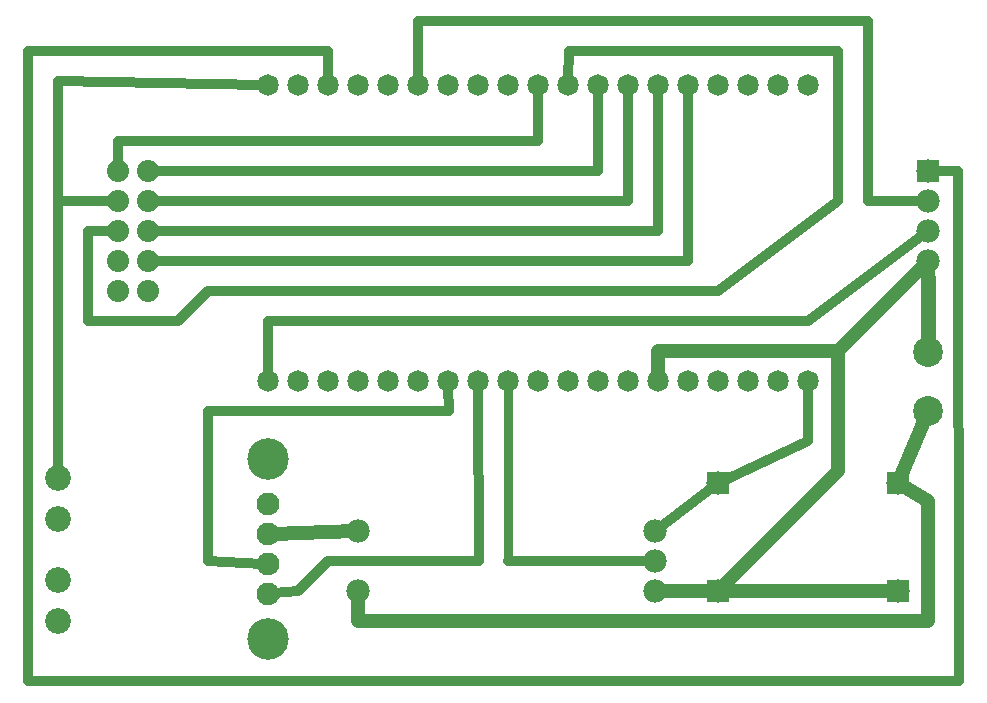
<source format=gbl>
G04 MADE WITH FRITZING*
G04 WWW.FRITZING.ORG*
G04 DOUBLE SIDED*
G04 HOLES PLATED*
G04 CONTOUR ON CENTER OF CONTOUR VECTOR*
%ASAXBY*%
%FSLAX23Y23*%
%MOIN*%
%OFA0B0*%
%SFA1.0B1.0*%
%ADD10C,0.078000*%
%ADD11C,0.078125*%
%ADD12C,0.071828*%
%ADD13C,0.086000*%
%ADD14C,0.076000*%
%ADD15C,0.138425*%
%ADD16C,0.073667*%
%ADD17C,0.099583*%
%ADD18R,0.078000X0.078000*%
%ADD19R,0.077630X0.077806*%
%ADD20C,0.032000*%
%ADD21C,0.048000*%
%ADD22R,0.001000X0.001000*%
%LNCOPPER0*%
G90*
G70*
G54D10*
X3099Y1779D03*
X3099Y1679D03*
X3099Y1579D03*
X3099Y1479D03*
G54D11*
X1199Y579D03*
X1199Y379D03*
X2189Y580D03*
X2189Y480D03*
X2189Y380D03*
G54D12*
X899Y1079D03*
X999Y1079D03*
X1099Y1079D03*
X1199Y1079D03*
X1298Y1079D03*
X1399Y1079D03*
X1499Y1079D03*
X1598Y1079D03*
X1699Y1079D03*
X1798Y1079D03*
X1899Y1079D03*
X1999Y1079D03*
X2098Y1079D03*
X2199Y1079D03*
X2298Y1079D03*
X2398Y1079D03*
X2498Y1079D03*
X2598Y1079D03*
X2698Y1079D03*
X2698Y2065D03*
X2598Y2065D03*
X2498Y2065D03*
X2398Y2065D03*
X2298Y2065D03*
X2199Y2065D03*
X2098Y2065D03*
X1999Y2065D03*
X1899Y2065D03*
X1798Y2065D03*
X1699Y2065D03*
X1598Y2065D03*
X1499Y2065D03*
X1399Y2065D03*
X1298Y2065D03*
X1199Y2065D03*
X1099Y2065D03*
X999Y2065D03*
X899Y2065D03*
G54D13*
X199Y619D03*
G54D14*
X899Y670D03*
G54D13*
X199Y279D03*
G54D14*
X899Y570D03*
X899Y470D03*
X899Y370D03*
G54D15*
X899Y220D03*
X899Y820D03*
G54D13*
X199Y417D03*
X199Y757D03*
G54D10*
X2999Y379D03*
X2999Y739D03*
X2399Y739D03*
X2399Y379D03*
G54D16*
X499Y1379D03*
X399Y1379D03*
X499Y1479D03*
X399Y1479D03*
X499Y1579D03*
X399Y1579D03*
X499Y1679D03*
X399Y1679D03*
X499Y1779D03*
X399Y1779D03*
G54D17*
X3099Y979D03*
X3099Y1175D03*
G54D18*
X3099Y1779D03*
G54D19*
X2399Y739D03*
X2399Y380D03*
X2999Y379D03*
X2999Y739D03*
G54D20*
X598Y1279D02*
X699Y1378D01*
D02*
X699Y1378D02*
X2398Y1378D01*
D02*
X297Y1279D02*
X598Y1279D01*
D02*
X2398Y1378D02*
X2798Y1678D01*
D02*
X298Y1580D02*
X297Y1279D01*
D02*
X2798Y1678D02*
X2798Y2179D01*
D02*
X378Y1579D02*
X298Y1580D01*
D02*
X2798Y2179D02*
X1900Y2179D01*
D02*
X1900Y2179D02*
X1899Y2084D01*
D02*
X1999Y2045D02*
X1999Y1780D01*
D02*
X1999Y1780D02*
X519Y1779D01*
D02*
X519Y1579D02*
X2197Y1579D01*
D02*
X2197Y1579D02*
X2199Y2045D01*
D02*
X2698Y880D02*
X2416Y747D01*
D02*
X2698Y1060D02*
X2698Y880D01*
D02*
X199Y777D02*
X198Y1678D01*
D02*
X198Y1678D02*
X378Y1679D01*
D02*
X2299Y1480D02*
X2298Y2045D01*
D02*
X519Y1479D02*
X2299Y1480D01*
D02*
X2098Y1678D02*
X1798Y1678D01*
D02*
X1798Y1678D02*
X519Y1679D01*
D02*
X2098Y2045D02*
X2098Y1678D01*
D02*
X1798Y1879D02*
X399Y1879D01*
D02*
X399Y1879D02*
X399Y1799D01*
D02*
X1798Y2045D02*
X1798Y1879D01*
D02*
X198Y2080D02*
X880Y2065D01*
D02*
X198Y1678D02*
X198Y2080D01*
D02*
X378Y1679D02*
X198Y1678D01*
D02*
X1600Y478D02*
X1099Y479D01*
D02*
X1598Y1060D02*
X1600Y478D01*
D02*
X1099Y479D02*
X998Y379D01*
D02*
X998Y379D02*
X918Y372D01*
D02*
X1500Y979D02*
X1499Y1060D01*
D02*
X697Y979D02*
X1500Y979D01*
D02*
X697Y478D02*
X697Y979D01*
D02*
X879Y471D02*
X697Y478D01*
D02*
X3080Y1679D02*
X2899Y1678D01*
D02*
X1399Y2279D02*
X1399Y2084D01*
D02*
X2899Y2279D02*
X1399Y2279D01*
D02*
X2899Y1678D02*
X2899Y2279D01*
D02*
X2176Y479D02*
X1699Y478D01*
G54D21*
D02*
X1198Y280D02*
X1198Y366D01*
D02*
X3098Y280D02*
X1198Y280D01*
D02*
X3099Y679D02*
X3098Y280D01*
D02*
X3015Y729D02*
X3099Y679D01*
G54D20*
D02*
X2383Y728D02*
X2199Y587D01*
G54D21*
D02*
X918Y571D02*
X1186Y579D01*
D02*
X2798Y778D02*
X2412Y393D01*
D02*
X2798Y1180D02*
X2798Y778D01*
D02*
X2197Y1180D02*
X2798Y1180D01*
D02*
X2198Y1099D02*
X2197Y1180D01*
D02*
X2198Y1099D02*
X2197Y1180D01*
D02*
X2798Y1180D02*
X3085Y1466D01*
D02*
X2197Y1180D02*
X2798Y1180D01*
G54D20*
D02*
X2698Y1279D02*
X3083Y1568D01*
D02*
X898Y1279D02*
X2698Y1279D01*
D02*
X899Y1099D02*
X898Y1279D01*
D02*
X99Y2179D02*
X99Y78D01*
D02*
X99Y78D02*
X3200Y78D01*
D02*
X3200Y78D02*
X3199Y1780D01*
D02*
X3199Y1780D02*
X3118Y1779D01*
D02*
X1099Y2179D02*
X99Y2179D01*
D02*
X1099Y2084D02*
X1099Y2179D01*
G54D21*
D02*
X3087Y952D02*
X3006Y757D01*
G54D22*
X3094Y1503D02*
X3103Y1503D01*
X3091Y1502D02*
X3106Y1502D01*
X3089Y1501D02*
X3109Y1501D01*
X3087Y1500D02*
X3110Y1500D01*
X3085Y1499D02*
X3112Y1499D01*
X3084Y1498D02*
X3113Y1498D01*
X3083Y1497D02*
X3114Y1497D01*
X3082Y1496D02*
X3115Y1496D01*
X3081Y1495D02*
X3116Y1495D01*
X3080Y1494D02*
X3117Y1494D01*
X3079Y1493D02*
X3118Y1493D01*
X3079Y1492D02*
X3118Y1492D01*
X3078Y1491D02*
X3119Y1491D01*
X3078Y1490D02*
X3120Y1490D01*
X3077Y1489D02*
X3120Y1489D01*
X3077Y1488D02*
X3120Y1488D01*
X3076Y1487D02*
X3121Y1487D01*
X3076Y1486D02*
X3121Y1486D01*
X3076Y1485D02*
X3121Y1485D01*
X3075Y1484D02*
X3122Y1484D01*
X3075Y1483D02*
X3122Y1483D01*
X3075Y1482D02*
X3122Y1482D01*
X3075Y1481D02*
X3122Y1481D01*
X3075Y1480D02*
X3122Y1480D01*
X3075Y1479D02*
X3122Y1479D01*
X3075Y1478D02*
X3122Y1478D01*
X3075Y1477D02*
X3122Y1477D01*
X3075Y1476D02*
X3122Y1476D01*
X3075Y1475D02*
X3122Y1475D01*
X3075Y1474D02*
X3122Y1474D01*
X3075Y1473D02*
X3122Y1473D01*
X3075Y1472D02*
X3122Y1472D01*
X3075Y1471D02*
X3122Y1471D01*
X3075Y1470D02*
X3122Y1470D01*
X3075Y1469D02*
X3122Y1469D01*
X3075Y1468D02*
X3122Y1468D01*
X3075Y1467D02*
X3122Y1467D01*
X3075Y1466D02*
X3122Y1466D01*
X3075Y1465D02*
X3122Y1465D01*
X3075Y1464D02*
X3122Y1464D01*
X3075Y1463D02*
X3122Y1463D01*
X3075Y1462D02*
X3122Y1462D01*
X3075Y1461D02*
X3122Y1461D01*
X3075Y1460D02*
X3122Y1460D01*
X3075Y1459D02*
X3122Y1459D01*
X3075Y1458D02*
X3122Y1458D01*
X3075Y1457D02*
X3122Y1457D01*
X3075Y1456D02*
X3122Y1456D01*
X3075Y1455D02*
X3122Y1455D01*
X3075Y1454D02*
X3122Y1454D01*
X3075Y1453D02*
X3122Y1453D01*
X3075Y1452D02*
X3122Y1452D01*
X3075Y1451D02*
X3122Y1451D01*
X3075Y1450D02*
X3122Y1450D01*
X3075Y1449D02*
X3122Y1449D01*
X3075Y1448D02*
X3122Y1448D01*
X3075Y1447D02*
X3122Y1447D01*
X3075Y1446D02*
X3122Y1446D01*
X3075Y1445D02*
X3122Y1445D01*
X3075Y1444D02*
X3122Y1444D01*
X3075Y1443D02*
X3122Y1443D01*
X3075Y1442D02*
X3122Y1442D01*
X3075Y1441D02*
X3122Y1441D01*
X3075Y1440D02*
X3122Y1440D01*
X3075Y1439D02*
X3122Y1439D01*
X3075Y1438D02*
X3122Y1438D01*
X3075Y1437D02*
X3122Y1437D01*
X3075Y1436D02*
X3122Y1436D01*
X3075Y1435D02*
X3122Y1435D01*
X3075Y1434D02*
X3122Y1434D01*
X3075Y1433D02*
X3122Y1433D01*
X3075Y1432D02*
X3122Y1432D01*
X3075Y1431D02*
X3122Y1431D01*
X3076Y1430D02*
X3123Y1430D01*
X3076Y1429D02*
X3123Y1429D01*
X3076Y1428D02*
X3123Y1428D01*
X3076Y1427D02*
X3123Y1427D01*
X3076Y1426D02*
X3123Y1426D01*
X3076Y1425D02*
X3123Y1425D01*
X3076Y1424D02*
X3123Y1424D01*
X3076Y1423D02*
X3123Y1423D01*
X3076Y1422D02*
X3123Y1422D01*
X3076Y1421D02*
X3123Y1421D01*
X3076Y1420D02*
X3123Y1420D01*
X3076Y1419D02*
X3123Y1419D01*
X3076Y1418D02*
X3123Y1418D01*
X3076Y1417D02*
X3123Y1417D01*
X3076Y1416D02*
X3123Y1416D01*
X3076Y1415D02*
X3123Y1415D01*
X3076Y1414D02*
X3123Y1414D01*
X3076Y1413D02*
X3123Y1413D01*
X3076Y1412D02*
X3123Y1412D01*
X3076Y1411D02*
X3123Y1411D01*
X3076Y1410D02*
X3123Y1410D01*
X3076Y1409D02*
X3123Y1409D01*
X3076Y1408D02*
X3123Y1408D01*
X3076Y1407D02*
X3123Y1407D01*
X3076Y1406D02*
X3123Y1406D01*
X3076Y1405D02*
X3123Y1405D01*
X3076Y1404D02*
X3123Y1404D01*
X3076Y1403D02*
X3123Y1403D01*
X3076Y1402D02*
X3123Y1402D01*
X3076Y1401D02*
X3123Y1401D01*
X3076Y1400D02*
X3123Y1400D01*
X3076Y1399D02*
X3123Y1399D01*
X3076Y1398D02*
X3123Y1398D01*
X3076Y1397D02*
X3123Y1397D01*
X3076Y1396D02*
X3123Y1396D01*
X3076Y1395D02*
X3123Y1395D01*
X3076Y1394D02*
X3123Y1394D01*
X3076Y1393D02*
X3123Y1393D01*
X3076Y1392D02*
X3123Y1392D01*
X3076Y1391D02*
X3123Y1391D01*
X3076Y1390D02*
X3123Y1390D01*
X3076Y1389D02*
X3123Y1389D01*
X3076Y1388D02*
X3123Y1388D01*
X3076Y1387D02*
X3123Y1387D01*
X3076Y1386D02*
X3123Y1386D01*
X3076Y1385D02*
X3123Y1385D01*
X3076Y1384D02*
X3123Y1384D01*
X3076Y1383D02*
X3123Y1383D01*
X3076Y1382D02*
X3123Y1382D01*
X3076Y1381D02*
X3123Y1381D01*
X3076Y1380D02*
X3123Y1380D01*
X3076Y1379D02*
X3123Y1379D01*
X3076Y1378D02*
X3123Y1378D01*
X3076Y1377D02*
X3123Y1377D01*
X3076Y1376D02*
X3123Y1376D01*
X3076Y1375D02*
X3123Y1375D01*
X3076Y1374D02*
X3123Y1374D01*
X3076Y1373D02*
X3123Y1373D01*
X3076Y1372D02*
X3123Y1372D01*
X3076Y1371D02*
X3123Y1371D01*
X3076Y1370D02*
X3123Y1370D01*
X3076Y1369D02*
X3123Y1369D01*
X3076Y1368D02*
X3123Y1368D01*
X3076Y1367D02*
X3123Y1367D01*
X3076Y1366D02*
X3123Y1366D01*
X3076Y1365D02*
X3123Y1365D01*
X3076Y1364D02*
X3123Y1364D01*
X3076Y1363D02*
X3123Y1363D01*
X3076Y1362D02*
X3123Y1362D01*
X3076Y1361D02*
X3123Y1361D01*
X3076Y1360D02*
X3123Y1360D01*
X3076Y1359D02*
X3123Y1359D01*
X3076Y1358D02*
X3123Y1358D01*
X3076Y1357D02*
X3123Y1357D01*
X3076Y1356D02*
X3123Y1356D01*
X3076Y1355D02*
X3123Y1355D01*
X3076Y1354D02*
X3123Y1354D01*
X3076Y1353D02*
X3123Y1353D01*
X3076Y1352D02*
X3123Y1352D01*
X3076Y1351D02*
X3123Y1351D01*
X3076Y1350D02*
X3123Y1350D01*
X3076Y1349D02*
X3123Y1349D01*
X3076Y1348D02*
X3123Y1348D01*
X3076Y1347D02*
X3123Y1347D01*
X3076Y1346D02*
X3123Y1346D01*
X3076Y1345D02*
X3123Y1345D01*
X3076Y1344D02*
X3123Y1344D01*
X3076Y1343D02*
X3123Y1343D01*
X3076Y1342D02*
X3123Y1342D01*
X3076Y1341D02*
X3123Y1341D01*
X3076Y1340D02*
X3123Y1340D01*
X3076Y1339D02*
X3123Y1339D01*
X3076Y1338D02*
X3123Y1338D01*
X3076Y1337D02*
X3123Y1337D01*
X3076Y1336D02*
X3123Y1336D01*
X3076Y1335D02*
X3123Y1335D01*
X3076Y1334D02*
X3123Y1334D01*
X3076Y1333D02*
X3123Y1333D01*
X3076Y1332D02*
X3123Y1332D01*
X3076Y1331D02*
X3123Y1331D01*
X3076Y1330D02*
X3123Y1330D01*
X3076Y1329D02*
X3123Y1329D01*
X3076Y1328D02*
X3123Y1328D01*
X3076Y1327D02*
X3123Y1327D01*
X3076Y1326D02*
X3123Y1326D01*
X3076Y1325D02*
X3123Y1325D01*
X3076Y1324D02*
X3123Y1324D01*
X3076Y1323D02*
X3123Y1323D01*
X3076Y1322D02*
X3123Y1322D01*
X3076Y1321D02*
X3123Y1321D01*
X3076Y1320D02*
X3123Y1320D01*
X3076Y1319D02*
X3123Y1319D01*
X3076Y1318D02*
X3123Y1318D01*
X3076Y1317D02*
X3123Y1317D01*
X3076Y1316D02*
X3123Y1316D01*
X3076Y1315D02*
X3123Y1315D01*
X3076Y1314D02*
X3123Y1314D01*
X3076Y1313D02*
X3123Y1313D01*
X3076Y1312D02*
X3123Y1312D01*
X3076Y1311D02*
X3123Y1311D01*
X3076Y1310D02*
X3123Y1310D01*
X3076Y1309D02*
X3123Y1309D01*
X3076Y1308D02*
X3123Y1308D01*
X3076Y1307D02*
X3123Y1307D01*
X3076Y1306D02*
X3123Y1306D01*
X3076Y1305D02*
X3123Y1305D01*
X3076Y1304D02*
X3123Y1304D01*
X3076Y1303D02*
X3123Y1303D01*
X3076Y1302D02*
X3123Y1302D01*
X3076Y1301D02*
X3123Y1301D01*
X3076Y1300D02*
X3123Y1300D01*
X3076Y1299D02*
X3123Y1299D01*
X3076Y1298D02*
X3123Y1298D01*
X3076Y1297D02*
X3123Y1297D01*
X3076Y1296D02*
X3123Y1296D01*
X3076Y1295D02*
X3123Y1295D01*
X3076Y1294D02*
X3123Y1294D01*
X3076Y1293D02*
X3123Y1293D01*
X3076Y1292D02*
X3123Y1292D01*
X3076Y1291D02*
X3123Y1291D01*
X3076Y1290D02*
X3123Y1290D01*
X3076Y1289D02*
X3123Y1289D01*
X3076Y1288D02*
X3123Y1288D01*
X3076Y1287D02*
X3123Y1287D01*
X3076Y1286D02*
X3123Y1286D01*
X3076Y1285D02*
X3123Y1285D01*
X3076Y1284D02*
X3123Y1284D01*
X3076Y1283D02*
X3123Y1283D01*
X3076Y1282D02*
X3123Y1282D01*
X3076Y1281D02*
X3123Y1281D01*
X3076Y1280D02*
X3123Y1280D01*
X3076Y1279D02*
X3123Y1279D01*
X3076Y1278D02*
X3123Y1278D01*
X3076Y1277D02*
X3123Y1277D01*
X3076Y1276D02*
X3123Y1276D01*
X3076Y1275D02*
X3123Y1275D01*
X3076Y1274D02*
X3123Y1274D01*
X3076Y1273D02*
X3123Y1273D01*
X3076Y1272D02*
X3123Y1272D01*
X3076Y1271D02*
X3123Y1271D01*
X3076Y1270D02*
X3123Y1270D01*
X3076Y1269D02*
X3123Y1269D01*
X3076Y1268D02*
X3123Y1268D01*
X3076Y1267D02*
X3123Y1267D01*
X3076Y1266D02*
X3123Y1266D01*
X3076Y1265D02*
X3123Y1265D01*
X3076Y1264D02*
X3123Y1264D01*
X3076Y1263D02*
X3123Y1263D01*
X3076Y1262D02*
X3123Y1262D01*
X3076Y1261D02*
X3123Y1261D01*
X3076Y1260D02*
X3123Y1260D01*
X3076Y1259D02*
X3123Y1259D01*
X3076Y1258D02*
X3123Y1258D01*
X3076Y1257D02*
X3123Y1257D01*
X3076Y1256D02*
X3123Y1256D01*
X3076Y1255D02*
X3123Y1255D01*
X3076Y1254D02*
X3123Y1254D01*
X3076Y1253D02*
X3123Y1253D01*
X3076Y1252D02*
X3123Y1252D01*
X3076Y1251D02*
X3123Y1251D01*
X3076Y1250D02*
X3123Y1250D01*
X3076Y1249D02*
X3123Y1249D01*
X3076Y1248D02*
X3123Y1248D01*
X3076Y1247D02*
X3123Y1247D01*
X3076Y1246D02*
X3123Y1246D01*
X3076Y1245D02*
X3123Y1245D01*
X3076Y1244D02*
X3123Y1244D01*
X3076Y1243D02*
X3123Y1243D01*
X3076Y1242D02*
X3123Y1242D01*
X3076Y1241D02*
X3123Y1241D01*
X3076Y1240D02*
X3123Y1240D01*
X3076Y1239D02*
X3123Y1239D01*
X3076Y1238D02*
X3123Y1238D01*
X3076Y1237D02*
X3123Y1237D01*
X3076Y1236D02*
X3123Y1236D01*
X3076Y1235D02*
X3123Y1235D01*
X3076Y1234D02*
X3123Y1234D01*
X3076Y1233D02*
X3123Y1233D01*
X3076Y1232D02*
X3123Y1232D01*
X3076Y1231D02*
X3123Y1231D01*
X3076Y1230D02*
X3123Y1230D01*
X3076Y1229D02*
X3123Y1229D01*
X3076Y1228D02*
X3123Y1228D01*
X3076Y1227D02*
X3123Y1227D01*
X3076Y1226D02*
X3123Y1226D01*
X3076Y1225D02*
X3123Y1225D01*
X3076Y1224D02*
X3123Y1224D01*
X3076Y1223D02*
X3123Y1223D01*
X3076Y1222D02*
X3123Y1222D01*
X3076Y1221D02*
X3123Y1221D01*
X3076Y1220D02*
X3123Y1220D01*
X3076Y1219D02*
X3123Y1219D01*
X3076Y1218D02*
X3123Y1218D01*
X3076Y1217D02*
X3123Y1217D01*
X3076Y1216D02*
X3123Y1216D01*
X3076Y1215D02*
X3123Y1215D01*
X3076Y1214D02*
X3123Y1214D01*
X3076Y1213D02*
X3123Y1213D01*
X3076Y1212D02*
X3123Y1212D01*
X3076Y1211D02*
X3123Y1211D01*
X3076Y1210D02*
X3123Y1210D01*
X3076Y1209D02*
X3123Y1209D01*
X3076Y1208D02*
X3123Y1208D01*
X3076Y1207D02*
X3123Y1207D01*
X3076Y1206D02*
X3123Y1206D01*
X3076Y1205D02*
X3123Y1205D01*
X3076Y1204D02*
X3123Y1204D01*
X3076Y1203D02*
X3123Y1203D01*
X3076Y1202D02*
X3123Y1202D01*
X3076Y1201D02*
X3123Y1201D01*
X3076Y1200D02*
X3123Y1200D01*
X3076Y1199D02*
X3123Y1199D01*
X3076Y1198D02*
X3123Y1198D01*
X3076Y1197D02*
X3123Y1197D01*
X3076Y1196D02*
X3123Y1196D01*
X3075Y1195D02*
X3122Y1195D01*
X3075Y1194D02*
X3122Y1194D01*
X3075Y1193D02*
X3122Y1193D01*
X3075Y1192D02*
X3122Y1192D01*
X3075Y1191D02*
X3122Y1191D01*
X3075Y1190D02*
X3122Y1190D01*
X3075Y1189D02*
X3122Y1189D01*
X3075Y1188D02*
X3122Y1188D01*
X3075Y1187D02*
X3122Y1187D01*
X3075Y1186D02*
X3122Y1186D01*
X3075Y1185D02*
X3122Y1185D01*
X3075Y1184D02*
X3122Y1184D01*
X3075Y1183D02*
X3122Y1183D01*
X3075Y1182D02*
X3122Y1182D01*
X3075Y1181D02*
X3122Y1181D01*
X3075Y1180D02*
X3122Y1180D01*
X3075Y1179D02*
X3122Y1179D01*
X3075Y1178D02*
X3122Y1178D01*
X3075Y1177D02*
X3122Y1177D01*
X3075Y1176D02*
X3122Y1176D01*
X3075Y1175D02*
X3122Y1175D01*
X3075Y1174D02*
X3122Y1174D01*
X3075Y1173D02*
X3122Y1173D01*
X3075Y1172D02*
X3122Y1172D01*
X3075Y1171D02*
X3122Y1171D01*
X3076Y1170D02*
X3121Y1170D01*
X3076Y1169D02*
X3121Y1169D01*
X3076Y1168D02*
X3121Y1168D01*
X3077Y1167D02*
X3120Y1167D01*
X3077Y1166D02*
X3120Y1166D01*
X3077Y1165D02*
X3120Y1165D01*
X3078Y1164D02*
X3119Y1164D01*
X3078Y1163D02*
X3119Y1163D01*
X3079Y1162D02*
X3118Y1162D01*
X3080Y1161D02*
X3117Y1161D01*
X3081Y1160D02*
X3116Y1160D01*
X3081Y1159D02*
X3116Y1159D01*
X3083Y1158D02*
X3115Y1158D01*
X3084Y1157D02*
X3113Y1157D01*
X3085Y1156D02*
X3112Y1156D01*
X3086Y1155D02*
X3111Y1155D01*
X3088Y1154D02*
X3109Y1154D01*
X3090Y1153D02*
X3107Y1153D01*
X3093Y1152D02*
X3104Y1152D01*
X1696Y1095D02*
X1702Y1095D01*
X1693Y1094D02*
X1705Y1094D01*
X1691Y1093D02*
X1707Y1093D01*
X1690Y1092D02*
X1708Y1092D01*
X1688Y1091D02*
X1710Y1091D01*
X1687Y1090D02*
X1711Y1090D01*
X1687Y1089D02*
X1711Y1089D01*
X1686Y1088D02*
X1712Y1088D01*
X1685Y1087D02*
X1713Y1087D01*
X1685Y1086D02*
X1713Y1086D01*
X1685Y1085D02*
X1713Y1085D01*
X1684Y1084D02*
X1714Y1084D01*
X1684Y1083D02*
X1714Y1083D01*
X1684Y1082D02*
X1714Y1082D01*
X1684Y1081D02*
X1714Y1081D01*
X1684Y1080D02*
X1714Y1080D01*
X1684Y1079D02*
X1715Y1079D01*
X1684Y1078D02*
X1715Y1078D01*
X1684Y1077D02*
X1715Y1077D01*
X1684Y1076D02*
X1715Y1076D01*
X1684Y1075D02*
X1715Y1075D01*
X1684Y1074D02*
X1715Y1074D01*
X1684Y1073D02*
X1715Y1073D01*
X1684Y1072D02*
X1715Y1072D01*
X1684Y1071D02*
X1715Y1071D01*
X1684Y1070D02*
X1715Y1070D01*
X1684Y1069D02*
X1715Y1069D01*
X1684Y1068D02*
X1715Y1068D01*
X1684Y1067D02*
X1715Y1067D01*
X1684Y1066D02*
X1715Y1066D01*
X1684Y1065D02*
X1715Y1065D01*
X1684Y1064D02*
X1715Y1064D01*
X1684Y1063D02*
X1715Y1063D01*
X1684Y1062D02*
X1715Y1062D01*
X1684Y1061D02*
X1715Y1061D01*
X1684Y1060D02*
X1715Y1060D01*
X1684Y1059D02*
X1715Y1059D01*
X1684Y1058D02*
X1715Y1058D01*
X1684Y1057D02*
X1715Y1057D01*
X1684Y1056D02*
X1715Y1056D01*
X1684Y1055D02*
X1715Y1055D01*
X1684Y1054D02*
X1715Y1054D01*
X1684Y1053D02*
X1715Y1053D01*
X1684Y1052D02*
X1715Y1052D01*
X1684Y1051D02*
X1715Y1051D01*
X1684Y1050D02*
X1715Y1050D01*
X1684Y1049D02*
X1715Y1049D01*
X1684Y1048D02*
X1715Y1048D01*
X1684Y1047D02*
X1715Y1047D01*
X1684Y1046D02*
X1715Y1046D01*
X1684Y1045D02*
X1715Y1045D01*
X1684Y1044D02*
X1715Y1044D01*
X1684Y1043D02*
X1715Y1043D01*
X1684Y1042D02*
X1715Y1042D01*
X1684Y1041D02*
X1715Y1041D01*
X1684Y1040D02*
X1715Y1040D01*
X1684Y1039D02*
X1715Y1039D01*
X1684Y1038D02*
X1715Y1038D01*
X1684Y1037D02*
X1715Y1037D01*
X1684Y1036D02*
X1715Y1036D01*
X1684Y1035D02*
X1715Y1035D01*
X1684Y1034D02*
X1715Y1034D01*
X1684Y1033D02*
X1715Y1033D01*
X1684Y1032D02*
X1715Y1032D01*
X1684Y1031D02*
X1715Y1031D01*
X1684Y1030D02*
X1715Y1030D01*
X1684Y1029D02*
X1715Y1029D01*
X1684Y1028D02*
X1715Y1028D01*
X1684Y1027D02*
X1715Y1027D01*
X1684Y1026D02*
X1715Y1026D01*
X1684Y1025D02*
X1715Y1025D01*
X1684Y1024D02*
X1715Y1024D01*
X1684Y1023D02*
X1715Y1023D01*
X1684Y1022D02*
X1715Y1022D01*
X1684Y1021D02*
X1715Y1021D01*
X1684Y1020D02*
X1715Y1020D01*
X1684Y1019D02*
X1715Y1019D01*
X1684Y1018D02*
X1715Y1018D01*
X1684Y1017D02*
X1715Y1017D01*
X1684Y1016D02*
X1715Y1016D01*
X1684Y1015D02*
X1715Y1015D01*
X1684Y1014D02*
X1715Y1014D01*
X1684Y1013D02*
X1715Y1013D01*
X1684Y1012D02*
X1715Y1012D01*
X1684Y1011D02*
X1715Y1011D01*
X1684Y1010D02*
X1715Y1010D01*
X1684Y1009D02*
X1715Y1009D01*
X1684Y1008D02*
X1715Y1008D01*
X1684Y1007D02*
X1715Y1007D01*
X1684Y1006D02*
X1715Y1006D01*
X1684Y1005D02*
X1715Y1005D01*
X1684Y1004D02*
X1715Y1004D01*
X1684Y1003D02*
X1715Y1003D01*
X1684Y1002D02*
X1715Y1002D01*
X1684Y1001D02*
X1715Y1001D01*
X1684Y1000D02*
X1715Y1000D01*
X1684Y999D02*
X1715Y999D01*
X1684Y998D02*
X1715Y998D01*
X1684Y997D02*
X1715Y997D01*
X1684Y996D02*
X1715Y996D01*
X1684Y995D02*
X1715Y995D01*
X1684Y994D02*
X1715Y994D01*
X1684Y993D02*
X1715Y993D01*
X1684Y992D02*
X1715Y992D01*
X1684Y991D02*
X1715Y991D01*
X1684Y990D02*
X1715Y990D01*
X1684Y989D02*
X1715Y989D01*
X1684Y988D02*
X1715Y988D01*
X1684Y987D02*
X1715Y987D01*
X1684Y986D02*
X1715Y986D01*
X1684Y985D02*
X1715Y985D01*
X1684Y984D02*
X1715Y984D01*
X1684Y983D02*
X1715Y983D01*
X1684Y982D02*
X1715Y982D01*
X1684Y981D02*
X1715Y981D01*
X1684Y980D02*
X1715Y980D01*
X1684Y979D02*
X1715Y979D01*
X1684Y978D02*
X1715Y978D01*
X1684Y977D02*
X1715Y977D01*
X1684Y976D02*
X1715Y976D01*
X1684Y975D02*
X1715Y975D01*
X1684Y974D02*
X1715Y974D01*
X1684Y973D02*
X1715Y973D01*
X1684Y972D02*
X1715Y972D01*
X1684Y971D02*
X1715Y971D01*
X1684Y970D02*
X1715Y970D01*
X1684Y969D02*
X1715Y969D01*
X1684Y968D02*
X1715Y968D01*
X1684Y967D02*
X1715Y967D01*
X1684Y966D02*
X1715Y966D01*
X1684Y965D02*
X1715Y965D01*
X1684Y964D02*
X1715Y964D01*
X1684Y963D02*
X1715Y963D01*
X1684Y962D02*
X1715Y962D01*
X1684Y961D02*
X1715Y961D01*
X1684Y960D02*
X1715Y960D01*
X1684Y959D02*
X1715Y959D01*
X1684Y958D02*
X1715Y958D01*
X1684Y957D02*
X1715Y957D01*
X1684Y956D02*
X1715Y956D01*
X1684Y955D02*
X1715Y955D01*
X1684Y954D02*
X1715Y954D01*
X1684Y953D02*
X1715Y953D01*
X1684Y952D02*
X1715Y952D01*
X1684Y951D02*
X1715Y951D01*
X1684Y950D02*
X1715Y950D01*
X1684Y949D02*
X1715Y949D01*
X1684Y948D02*
X1715Y948D01*
X1684Y947D02*
X1715Y947D01*
X1684Y946D02*
X1715Y946D01*
X1684Y945D02*
X1715Y945D01*
X1684Y944D02*
X1715Y944D01*
X1684Y943D02*
X1715Y943D01*
X1684Y942D02*
X1715Y942D01*
X1684Y941D02*
X1715Y941D01*
X1684Y940D02*
X1715Y940D01*
X1684Y939D02*
X1715Y939D01*
X1684Y938D02*
X1715Y938D01*
X1684Y937D02*
X1715Y937D01*
X1684Y936D02*
X1715Y936D01*
X1684Y935D02*
X1715Y935D01*
X1684Y934D02*
X1715Y934D01*
X1684Y933D02*
X1715Y933D01*
X1684Y932D02*
X1715Y932D01*
X1684Y931D02*
X1715Y931D01*
X1684Y930D02*
X1715Y930D01*
X1684Y929D02*
X1715Y929D01*
X1684Y928D02*
X1715Y928D01*
X1684Y927D02*
X1715Y927D01*
X1684Y926D02*
X1715Y926D01*
X1684Y925D02*
X1715Y925D01*
X1684Y924D02*
X1715Y924D01*
X1684Y923D02*
X1715Y923D01*
X1684Y922D02*
X1715Y922D01*
X1684Y921D02*
X1715Y921D01*
X1684Y920D02*
X1715Y920D01*
X1684Y919D02*
X1715Y919D01*
X1684Y918D02*
X1715Y918D01*
X1684Y917D02*
X1715Y917D01*
X1684Y916D02*
X1715Y916D01*
X1684Y915D02*
X1715Y915D01*
X1684Y914D02*
X1715Y914D01*
X1684Y913D02*
X1715Y913D01*
X1684Y912D02*
X1715Y912D01*
X1684Y911D02*
X1715Y911D01*
X1684Y910D02*
X1715Y910D01*
X1684Y909D02*
X1715Y909D01*
X1684Y908D02*
X1715Y908D01*
X1684Y907D02*
X1715Y907D01*
X1684Y906D02*
X1715Y906D01*
X1684Y905D02*
X1715Y905D01*
X1684Y904D02*
X1715Y904D01*
X1684Y903D02*
X1715Y903D01*
X1684Y902D02*
X1715Y902D01*
X1684Y901D02*
X1715Y901D01*
X1684Y900D02*
X1715Y900D01*
X1684Y899D02*
X1715Y899D01*
X1684Y898D02*
X1715Y898D01*
X1684Y897D02*
X1715Y897D01*
X1684Y896D02*
X1715Y896D01*
X1684Y895D02*
X1715Y895D01*
X1684Y894D02*
X1715Y894D01*
X1684Y893D02*
X1715Y893D01*
X1684Y892D02*
X1715Y892D01*
X1684Y891D02*
X1715Y891D01*
X1684Y890D02*
X1715Y890D01*
X1684Y889D02*
X1715Y889D01*
X1684Y888D02*
X1715Y888D01*
X1684Y887D02*
X1715Y887D01*
X1684Y886D02*
X1715Y886D01*
X1684Y885D02*
X1715Y885D01*
X1684Y884D02*
X1715Y884D01*
X1684Y883D02*
X1715Y883D01*
X1684Y882D02*
X1715Y882D01*
X1684Y881D02*
X1715Y881D01*
X1684Y880D02*
X1715Y880D01*
X1684Y879D02*
X1715Y879D01*
X1684Y878D02*
X1715Y878D01*
X1684Y877D02*
X1715Y877D01*
X1684Y876D02*
X1715Y876D01*
X1684Y875D02*
X1715Y875D01*
X1684Y874D02*
X1715Y874D01*
X1684Y873D02*
X1715Y873D01*
X1684Y872D02*
X1715Y872D01*
X1684Y871D02*
X1715Y871D01*
X1684Y870D02*
X1715Y870D01*
X1684Y869D02*
X1715Y869D01*
X1684Y868D02*
X1715Y868D01*
X1684Y867D02*
X1715Y867D01*
X1684Y866D02*
X1715Y866D01*
X1684Y865D02*
X1715Y865D01*
X1684Y864D02*
X1715Y864D01*
X1684Y863D02*
X1715Y863D01*
X1684Y862D02*
X1715Y862D01*
X1684Y861D02*
X1715Y861D01*
X1684Y860D02*
X1715Y860D01*
X1684Y859D02*
X1715Y859D01*
X1684Y858D02*
X1715Y858D01*
X1684Y857D02*
X1715Y857D01*
X1684Y856D02*
X1715Y856D01*
X1684Y855D02*
X1715Y855D01*
X1684Y854D02*
X1715Y854D01*
X1684Y853D02*
X1715Y853D01*
X1684Y852D02*
X1715Y852D01*
X1684Y851D02*
X1715Y851D01*
X1684Y850D02*
X1715Y850D01*
X1684Y849D02*
X1715Y849D01*
X1684Y848D02*
X1715Y848D01*
X1684Y847D02*
X1715Y847D01*
X1684Y846D02*
X1715Y846D01*
X1684Y845D02*
X1715Y845D01*
X1684Y844D02*
X1715Y844D01*
X1684Y843D02*
X1715Y843D01*
X1684Y842D02*
X1715Y842D01*
X1684Y841D02*
X1715Y841D01*
X1684Y840D02*
X1715Y840D01*
X1684Y839D02*
X1715Y839D01*
X1684Y838D02*
X1715Y838D01*
X1684Y837D02*
X1715Y837D01*
X1684Y836D02*
X1715Y836D01*
X1684Y835D02*
X1715Y835D01*
X1684Y834D02*
X1715Y834D01*
X1684Y833D02*
X1715Y833D01*
X1684Y832D02*
X1715Y832D01*
X1684Y831D02*
X1715Y831D01*
X1684Y830D02*
X1715Y830D01*
X1684Y829D02*
X1715Y829D01*
X1684Y828D02*
X1715Y828D01*
X1684Y827D02*
X1715Y827D01*
X1684Y826D02*
X1715Y826D01*
X1684Y825D02*
X1715Y825D01*
X1684Y824D02*
X1715Y824D01*
X1684Y823D02*
X1715Y823D01*
X1684Y822D02*
X1715Y822D01*
X1684Y821D02*
X1715Y821D01*
X1684Y820D02*
X1715Y820D01*
X1684Y819D02*
X1715Y819D01*
X1684Y818D02*
X1715Y818D01*
X1684Y817D02*
X1715Y817D01*
X1684Y816D02*
X1715Y816D01*
X1684Y815D02*
X1715Y815D01*
X1684Y814D02*
X1715Y814D01*
X1684Y813D02*
X1715Y813D01*
X1684Y812D02*
X1715Y812D01*
X1684Y811D02*
X1715Y811D01*
X1684Y810D02*
X1715Y810D01*
X1684Y809D02*
X1715Y809D01*
X1684Y808D02*
X1715Y808D01*
X1684Y807D02*
X1715Y807D01*
X1684Y806D02*
X1715Y806D01*
X1684Y805D02*
X1715Y805D01*
X1684Y804D02*
X1715Y804D01*
X1684Y803D02*
X1715Y803D01*
X1684Y802D02*
X1715Y802D01*
X1684Y801D02*
X1715Y801D01*
X1684Y800D02*
X1715Y800D01*
X1684Y799D02*
X1715Y799D01*
X1684Y798D02*
X1715Y798D01*
X1684Y797D02*
X1715Y797D01*
X1684Y796D02*
X1715Y796D01*
X1684Y795D02*
X1715Y795D01*
X1684Y794D02*
X1715Y794D01*
X1684Y793D02*
X1715Y793D01*
X1684Y792D02*
X1715Y792D01*
X1684Y791D02*
X1715Y791D01*
X1684Y790D02*
X1715Y790D01*
X1684Y789D02*
X1715Y789D01*
X1684Y788D02*
X1715Y788D01*
X1684Y787D02*
X1715Y787D01*
X1684Y786D02*
X1715Y786D01*
X1684Y785D02*
X1715Y785D01*
X1684Y784D02*
X1715Y784D01*
X1684Y783D02*
X1715Y783D01*
X1684Y782D02*
X1715Y782D01*
X1684Y781D02*
X1715Y781D01*
X1684Y780D02*
X1715Y780D01*
X1684Y779D02*
X1715Y779D01*
X1684Y778D02*
X1715Y778D01*
X1684Y777D02*
X1715Y777D01*
X1684Y776D02*
X1715Y776D01*
X1684Y775D02*
X1715Y775D01*
X1684Y774D02*
X1715Y774D01*
X1684Y773D02*
X1715Y773D01*
X1684Y772D02*
X1715Y772D01*
X1684Y771D02*
X1715Y771D01*
X1684Y770D02*
X1715Y770D01*
X1684Y769D02*
X1715Y769D01*
X1684Y768D02*
X1715Y768D01*
X1684Y767D02*
X1715Y767D01*
X1684Y766D02*
X1715Y766D01*
X1684Y765D02*
X1715Y765D01*
X1684Y764D02*
X1715Y764D01*
X1684Y763D02*
X1715Y763D01*
X1684Y762D02*
X1715Y762D01*
X1684Y761D02*
X1715Y761D01*
X1684Y760D02*
X1715Y760D01*
X1684Y759D02*
X1715Y759D01*
X1684Y758D02*
X1715Y758D01*
X1684Y757D02*
X1715Y757D01*
X1684Y756D02*
X1715Y756D01*
X1684Y755D02*
X1715Y755D01*
X1684Y754D02*
X1715Y754D01*
X1684Y753D02*
X1715Y753D01*
X1684Y752D02*
X1715Y752D01*
X1684Y751D02*
X1715Y751D01*
X1684Y750D02*
X1715Y750D01*
X1684Y749D02*
X1715Y749D01*
X1684Y748D02*
X1715Y748D01*
X1684Y747D02*
X1715Y747D01*
X1684Y746D02*
X1715Y746D01*
X1684Y745D02*
X1715Y745D01*
X1684Y744D02*
X1715Y744D01*
X1684Y743D02*
X1715Y743D01*
X1684Y742D02*
X1715Y742D01*
X1684Y741D02*
X1715Y741D01*
X1684Y740D02*
X1715Y740D01*
X1684Y739D02*
X1715Y739D01*
X1684Y738D02*
X1715Y738D01*
X1684Y737D02*
X1715Y737D01*
X1684Y736D02*
X1715Y736D01*
X1684Y735D02*
X1715Y735D01*
X1684Y734D02*
X1715Y734D01*
X1684Y733D02*
X1715Y733D01*
X1684Y732D02*
X1715Y732D01*
X1684Y731D02*
X1715Y731D01*
X1684Y730D02*
X1715Y730D01*
X1684Y729D02*
X1715Y729D01*
X1684Y728D02*
X1715Y728D01*
X1684Y727D02*
X1715Y727D01*
X1684Y726D02*
X1715Y726D01*
X1684Y725D02*
X1715Y725D01*
X1684Y724D02*
X1715Y724D01*
X1684Y723D02*
X1715Y723D01*
X1684Y722D02*
X1715Y722D01*
X1684Y721D02*
X1715Y721D01*
X1684Y720D02*
X1715Y720D01*
X1684Y719D02*
X1715Y719D01*
X1684Y718D02*
X1715Y718D01*
X1684Y717D02*
X1715Y717D01*
X1684Y716D02*
X1715Y716D01*
X1684Y715D02*
X1715Y715D01*
X1684Y714D02*
X1715Y714D01*
X1684Y713D02*
X1715Y713D01*
X1684Y712D02*
X1715Y712D01*
X1684Y711D02*
X1715Y711D01*
X1684Y710D02*
X1715Y710D01*
X1684Y709D02*
X1715Y709D01*
X1684Y708D02*
X1715Y708D01*
X1684Y707D02*
X1715Y707D01*
X1684Y706D02*
X1715Y706D01*
X1684Y705D02*
X1715Y705D01*
X1684Y704D02*
X1715Y704D01*
X1684Y703D02*
X1715Y703D01*
X1684Y702D02*
X1715Y702D01*
X1684Y701D02*
X1715Y701D01*
X1684Y700D02*
X1715Y700D01*
X1684Y699D02*
X1715Y699D01*
X1684Y698D02*
X1715Y698D01*
X1684Y697D02*
X1715Y697D01*
X1684Y696D02*
X1715Y696D01*
X1684Y695D02*
X1715Y695D01*
X1684Y694D02*
X1715Y694D01*
X1684Y693D02*
X1715Y693D01*
X1684Y692D02*
X1715Y692D01*
X1684Y691D02*
X1715Y691D01*
X1684Y690D02*
X1715Y690D01*
X1684Y689D02*
X1715Y689D01*
X1684Y688D02*
X1715Y688D01*
X1684Y687D02*
X1715Y687D01*
X1684Y686D02*
X1715Y686D01*
X1684Y685D02*
X1715Y685D01*
X1684Y684D02*
X1715Y684D01*
X1684Y683D02*
X1715Y683D01*
X1684Y682D02*
X1715Y682D01*
X1684Y681D02*
X1715Y681D01*
X1684Y680D02*
X1715Y680D01*
X1684Y679D02*
X1715Y679D01*
X1684Y678D02*
X1715Y678D01*
X1684Y677D02*
X1715Y677D01*
X1684Y676D02*
X1715Y676D01*
X1684Y675D02*
X1715Y675D01*
X1684Y674D02*
X1715Y674D01*
X1684Y673D02*
X1715Y673D01*
X1684Y672D02*
X1715Y672D01*
X1684Y671D02*
X1715Y671D01*
X1684Y670D02*
X1715Y670D01*
X1684Y669D02*
X1715Y669D01*
X1684Y668D02*
X1715Y668D01*
X1684Y667D02*
X1715Y667D01*
X1684Y666D02*
X1715Y666D01*
X1684Y665D02*
X1715Y665D01*
X1684Y664D02*
X1715Y664D01*
X1684Y663D02*
X1715Y663D01*
X1684Y662D02*
X1715Y662D01*
X1684Y661D02*
X1715Y661D01*
X1684Y660D02*
X1715Y660D01*
X1684Y659D02*
X1715Y659D01*
X1684Y658D02*
X1715Y658D01*
X1684Y657D02*
X1715Y657D01*
X1684Y656D02*
X1715Y656D01*
X1684Y655D02*
X1715Y655D01*
X1684Y654D02*
X1715Y654D01*
X1684Y653D02*
X1715Y653D01*
X1684Y652D02*
X1715Y652D01*
X1684Y651D02*
X1715Y651D01*
X1684Y650D02*
X1715Y650D01*
X1684Y649D02*
X1715Y649D01*
X1684Y648D02*
X1715Y648D01*
X1684Y647D02*
X1715Y647D01*
X1684Y646D02*
X1715Y646D01*
X1684Y645D02*
X1715Y645D01*
X1684Y644D02*
X1715Y644D01*
X1684Y643D02*
X1715Y643D01*
X1684Y642D02*
X1715Y642D01*
X1684Y641D02*
X1715Y641D01*
X1684Y640D02*
X1715Y640D01*
X1684Y639D02*
X1715Y639D01*
X1684Y638D02*
X1715Y638D01*
X1684Y637D02*
X1715Y637D01*
X1684Y636D02*
X1715Y636D01*
X1684Y635D02*
X1715Y635D01*
X1684Y634D02*
X1715Y634D01*
X1684Y633D02*
X1715Y633D01*
X1684Y632D02*
X1715Y632D01*
X1684Y631D02*
X1715Y631D01*
X1684Y630D02*
X1715Y630D01*
X1684Y629D02*
X1715Y629D01*
X1684Y628D02*
X1715Y628D01*
X1684Y627D02*
X1715Y627D01*
X1684Y626D02*
X1715Y626D01*
X1684Y625D02*
X1715Y625D01*
X1684Y624D02*
X1715Y624D01*
X1684Y623D02*
X1715Y623D01*
X1684Y622D02*
X1715Y622D01*
X1684Y621D02*
X1715Y621D01*
X1684Y620D02*
X1715Y620D01*
X1684Y619D02*
X1715Y619D01*
X1684Y618D02*
X1715Y618D01*
X1684Y617D02*
X1715Y617D01*
X1684Y616D02*
X1715Y616D01*
X1684Y615D02*
X1715Y615D01*
X1684Y614D02*
X1715Y614D01*
X1684Y613D02*
X1715Y613D01*
X1684Y612D02*
X1715Y612D01*
X1684Y611D02*
X1715Y611D01*
X1684Y610D02*
X1715Y610D01*
X1684Y609D02*
X1715Y609D01*
X1684Y608D02*
X1715Y608D01*
X1684Y607D02*
X1715Y607D01*
X1684Y606D02*
X1715Y606D01*
X1684Y605D02*
X1715Y605D01*
X1684Y604D02*
X1715Y604D01*
X1684Y603D02*
X1715Y603D01*
X1684Y602D02*
X1715Y602D01*
X1684Y601D02*
X1715Y601D01*
X1684Y600D02*
X1715Y600D01*
X1684Y599D02*
X1715Y599D01*
X1684Y598D02*
X1715Y598D01*
X1684Y597D02*
X1715Y597D01*
X1684Y596D02*
X1715Y596D01*
X1684Y595D02*
X1715Y595D01*
X1684Y594D02*
X1715Y594D01*
X1684Y593D02*
X1715Y593D01*
X1684Y592D02*
X1715Y592D01*
X1684Y591D02*
X1715Y591D01*
X1684Y590D02*
X1715Y590D01*
X1684Y589D02*
X1715Y589D01*
X1684Y588D02*
X1715Y588D01*
X1684Y587D02*
X1715Y587D01*
X1684Y586D02*
X1715Y586D01*
X1684Y585D02*
X1715Y585D01*
X1684Y584D02*
X1715Y584D01*
X1684Y583D02*
X1715Y583D01*
X1684Y582D02*
X1715Y582D01*
X1684Y581D02*
X1715Y581D01*
X1684Y580D02*
X1715Y580D01*
X1684Y579D02*
X1715Y579D01*
X1684Y578D02*
X1715Y578D01*
X1684Y577D02*
X1715Y577D01*
X1684Y576D02*
X1715Y576D01*
X1684Y575D02*
X1715Y575D01*
X1684Y574D02*
X1715Y574D01*
X1684Y573D02*
X1715Y573D01*
X1684Y572D02*
X1715Y572D01*
X1684Y571D02*
X1715Y571D01*
X1684Y570D02*
X1715Y570D01*
X1684Y569D02*
X1715Y569D01*
X1684Y568D02*
X1715Y568D01*
X1684Y567D02*
X1715Y567D01*
X1684Y566D02*
X1715Y566D01*
X1684Y565D02*
X1715Y565D01*
X1684Y564D02*
X1715Y564D01*
X1684Y563D02*
X1715Y563D01*
X1684Y562D02*
X1715Y562D01*
X1684Y561D02*
X1715Y561D01*
X1684Y560D02*
X1715Y560D01*
X1684Y559D02*
X1715Y559D01*
X1684Y558D02*
X1715Y558D01*
X1684Y557D02*
X1715Y557D01*
X1684Y556D02*
X1715Y556D01*
X1684Y555D02*
X1715Y555D01*
X1684Y554D02*
X1715Y554D01*
X1684Y553D02*
X1715Y553D01*
X1684Y552D02*
X1715Y552D01*
X1684Y551D02*
X1715Y551D01*
X1684Y550D02*
X1715Y550D01*
X1684Y549D02*
X1715Y549D01*
X1684Y548D02*
X1715Y548D01*
X1684Y547D02*
X1715Y547D01*
X1684Y546D02*
X1715Y546D01*
X1684Y545D02*
X1715Y545D01*
X1684Y544D02*
X1715Y544D01*
X1684Y543D02*
X1715Y543D01*
X1684Y542D02*
X1715Y542D01*
X1684Y541D02*
X1715Y541D01*
X1684Y540D02*
X1715Y540D01*
X1684Y539D02*
X1715Y539D01*
X1684Y538D02*
X1715Y538D01*
X1684Y537D02*
X1715Y537D01*
X1684Y536D02*
X1715Y536D01*
X1684Y535D02*
X1715Y535D01*
X1684Y534D02*
X1715Y534D01*
X1684Y533D02*
X1715Y533D01*
X1684Y532D02*
X1715Y532D01*
X1684Y531D02*
X1715Y531D01*
X1684Y530D02*
X1715Y530D01*
X1684Y529D02*
X1715Y529D01*
X1684Y528D02*
X1715Y528D01*
X1684Y527D02*
X1715Y527D01*
X1684Y526D02*
X1715Y526D01*
X1684Y525D02*
X1715Y525D01*
X1684Y524D02*
X1715Y524D01*
X1684Y523D02*
X1715Y523D01*
X1684Y522D02*
X1715Y522D01*
X1684Y521D02*
X1715Y521D01*
X1684Y520D02*
X1715Y520D01*
X1684Y519D02*
X1715Y519D01*
X1684Y518D02*
X1715Y518D01*
X1684Y517D02*
X1715Y517D01*
X1684Y516D02*
X1715Y516D01*
X1684Y515D02*
X1715Y515D01*
X1684Y514D02*
X1715Y514D01*
X1684Y513D02*
X1715Y513D01*
X1684Y512D02*
X1715Y512D01*
X1684Y511D02*
X1715Y511D01*
X1684Y510D02*
X1715Y510D01*
X1684Y509D02*
X1715Y509D01*
X1684Y508D02*
X1715Y508D01*
X1684Y507D02*
X1715Y507D01*
X1684Y506D02*
X1715Y506D01*
X1684Y505D02*
X1715Y505D01*
X1684Y504D02*
X1715Y504D01*
X1684Y503D02*
X1715Y503D01*
X1684Y502D02*
X1715Y502D01*
X1684Y501D02*
X1715Y501D01*
X1684Y500D02*
X1715Y500D01*
X1684Y499D02*
X1715Y499D01*
X1684Y498D02*
X1715Y498D01*
X1684Y497D02*
X1715Y497D01*
X1684Y496D02*
X1715Y496D01*
X1684Y495D02*
X1715Y495D01*
X1684Y494D02*
X1715Y494D01*
X1684Y493D02*
X1715Y493D01*
X1684Y492D02*
X1715Y492D01*
X1684Y491D02*
X1715Y491D01*
X1684Y490D02*
X1715Y490D01*
X1684Y489D02*
X1715Y489D01*
X1684Y488D02*
X1715Y488D01*
X1684Y487D02*
X1715Y487D01*
X1684Y486D02*
X1715Y486D01*
X1684Y485D02*
X1715Y485D01*
X1684Y484D02*
X1715Y484D01*
X1684Y483D02*
X1715Y483D01*
X1684Y482D02*
X1715Y482D01*
X1684Y481D02*
X1715Y481D01*
X1684Y480D02*
X1715Y480D01*
X1684Y479D02*
X1715Y479D01*
X1684Y478D02*
X1714Y478D01*
X1684Y477D02*
X1714Y477D01*
X1684Y476D02*
X1714Y476D01*
X1684Y475D02*
X1714Y475D01*
X1684Y474D02*
X1714Y474D01*
X1684Y473D02*
X1714Y473D01*
X1685Y472D02*
X1713Y472D01*
X1685Y471D02*
X1713Y471D01*
X1686Y470D02*
X1712Y470D01*
X1687Y469D02*
X1711Y469D01*
X1687Y468D02*
X1711Y468D01*
X1688Y467D02*
X1710Y467D01*
X1689Y466D02*
X1709Y466D01*
X1691Y465D02*
X1707Y465D01*
X1692Y464D02*
X1706Y464D01*
X1695Y463D02*
X1703Y463D01*
X2183Y403D02*
X3003Y403D01*
X2180Y402D02*
X3007Y402D01*
X2178Y401D02*
X3009Y401D01*
X2176Y400D02*
X3011Y400D01*
X2175Y399D02*
X3012Y399D01*
X2174Y398D02*
X3013Y398D01*
X2172Y397D02*
X3015Y397D01*
X2171Y396D02*
X3016Y396D01*
X2171Y395D02*
X3016Y395D01*
X2170Y394D02*
X3017Y394D01*
X2169Y393D02*
X3018Y393D01*
X2169Y392D02*
X3019Y392D01*
X2168Y391D02*
X3019Y391D01*
X2167Y390D02*
X3020Y390D01*
X2167Y389D02*
X3020Y389D01*
X2167Y388D02*
X3020Y388D01*
X2166Y387D02*
X3021Y387D01*
X2166Y386D02*
X3021Y386D01*
X2166Y385D02*
X3021Y385D01*
X2166Y384D02*
X3022Y384D01*
X2165Y383D02*
X3022Y383D01*
X2165Y382D02*
X3022Y382D01*
X2165Y381D02*
X3022Y381D01*
X2165Y380D02*
X3022Y380D01*
X2165Y379D02*
X3022Y379D01*
X2165Y378D02*
X3022Y378D01*
X2165Y377D02*
X3022Y377D01*
X2166Y376D02*
X3022Y376D01*
X2166Y375D02*
X3022Y375D01*
X2166Y374D02*
X3021Y374D01*
X2166Y373D02*
X3021Y373D01*
X2167Y372D02*
X3021Y372D01*
X2167Y371D02*
X3020Y371D01*
X2167Y370D02*
X3020Y370D01*
X2168Y369D02*
X3019Y369D01*
X2169Y368D02*
X3019Y368D01*
X2169Y367D02*
X3018Y367D01*
X2170Y366D02*
X3018Y366D01*
X2171Y365D02*
X3017Y365D01*
X2171Y364D02*
X3016Y364D01*
X2172Y363D02*
X3015Y363D01*
X2173Y362D02*
X3014Y362D01*
X2175Y361D02*
X3013Y361D01*
X2176Y360D02*
X3012Y360D01*
X2178Y359D02*
X3010Y359D01*
X2180Y358D02*
X3008Y358D01*
X2183Y357D02*
X3006Y357D01*
X2189Y356D02*
X3002Y356D01*
D02*
G04 End of Copper0*
M02*
</source>
